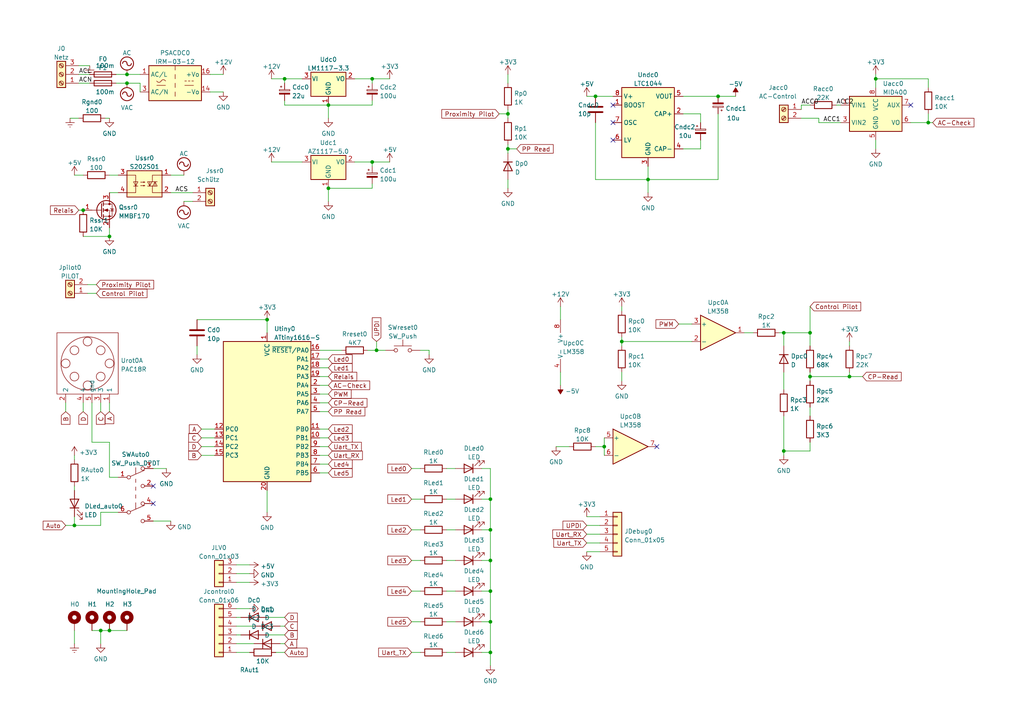
<source format=kicad_sch>
(kicad_sch (version 20211123) (generator eeschema)
  (paper "A4")
  (junction (at 234.95 109.22))
  (junction (at 29.21 182.88))
  (junction (at 95.25 54.61))
  (junction (at 172.72 27.94))
  (junction (at 234.95 96.52))
  (junction (at 36.83 24.13))
  (junction (at 254 22.86))
  (junction (at 187.96 52.07))
  (junction (at 180.34 99.06))
  (junction (at 227.33 130.81))
  (junction (at 142.24 162.56))
  (junction (at 77.47 92.71))
  (junction (at 36.83 21.59))
  (junction (at 107.95 22.86))
  (junction (at 175.26 129.54))
  (junction (at 142.24 171.45))
  (junction (at 107.95 46.99))
  (junction (at 269.24 35.56))
  (junction (at 147.32 33.02))
  (junction (at 95.25 30.48))
  (junction (at 142.24 144.78))
  (junction (at 142.24 189.23))
  (junction (at 24.13 60.96))
  (junction (at 142.24 153.67))
  (junction (at 109.22 101.6))
  (junction (at 142.24 180.34))
  (junction (at 246.38 109.22))
  (junction (at 21.59 152.4))
  (junction (at 82.55 22.86))
  (junction (at 31.75 68.58))
  (junction (at 227.33 96.52))
  (junction (at 31.75 182.88))
  (junction (at 208.28 27.94))
  (junction (at 147.32 43.18))
  (no_connect (at 264.16 30.48))
  (no_connect (at 44.45 140.97))
  (no_connect (at 177.8 40.64))
  (no_connect (at 177.8 30.48))
  (no_connect (at 177.8 35.56))
  (no_connect (at 190.5 129.54))
  (no_connect (at 44.45 146.05))
  (wire (pts (xy 234.95 128.27) (xy 234.95 130.81)))
  (wire (pts (xy 162.56 88.9) (xy 162.56 92.71)))
  (wire (pts (xy 142.24 135.89) (xy 142.24 144.78)))
  (wire (pts (xy 29.21 182.88) (xy 31.75 182.88)))
  (wire (pts (xy 246.38 109.22) (xy 250.19 109.22)))
  (wire (pts (xy 102.87 22.86) (xy 107.95 22.86)))
  (wire (pts (xy 119.38 144.78) (xy 121.92 144.78)))
  (wire (pts (xy 31.75 50.8) (xy 34.29 50.8)))
  (wire (pts (xy 161.29 129.54) (xy 165.1 129.54)))
  (wire (pts (xy 36.83 21.59) (xy 40.64 21.59)))
  (wire (pts (xy 60.96 21.59) (xy 64.77 21.59)))
  (wire (pts (xy 44.45 135.89) (xy 48.26 135.89)))
  (wire (pts (xy 208.28 27.94) (xy 213.36 27.94)))
  (wire (pts (xy 92.71 132.08) (xy 95.25 132.08)))
  (wire (pts (xy 95.25 54.61) (xy 107.95 54.61)))
  (wire (pts (xy 227.33 132.08) (xy 227.33 130.81)))
  (wire (pts (xy 198.12 27.94) (xy 208.28 27.94)))
  (wire (pts (xy 234.95 30.48) (xy 232.41 30.48)))
  (wire (pts (xy 269.24 22.86) (xy 254 22.86)))
  (wire (pts (xy 78.74 46.99) (xy 87.63 46.99)))
  (wire (pts (xy 170.18 27.94) (xy 172.72 27.94)))
  (wire (pts (xy 180.34 97.79) (xy 180.34 99.06)))
  (wire (pts (xy 139.7 180.34) (xy 142.24 180.34)))
  (wire (pts (xy 77.47 92.71) (xy 77.47 96.52)))
  (wire (pts (xy 92.71 114.3) (xy 95.25 114.3)))
  (wire (pts (xy 129.54 180.34) (xy 132.08 180.34)))
  (wire (pts (xy 109.22 101.6) (xy 111.76 101.6)))
  (wire (pts (xy 49.53 55.88) (xy 55.88 55.88)))
  (wire (pts (xy 21.59 132.08) (xy 21.59 133.35)))
  (wire (pts (xy 172.72 35.56) (xy 172.72 52.07)))
  (wire (pts (xy 254 40.64) (xy 254 43.18)))
  (wire (pts (xy 31.75 182.88) (xy 36.83 182.88)))
  (wire (pts (xy 80.01 189.23) (xy 82.55 189.23)))
  (wire (pts (xy 19.05 116.84) (xy 19.05 119.38)))
  (wire (pts (xy 95.25 30.48) (xy 95.25 34.29)))
  (wire (pts (xy 237.49 34.29) (xy 237.49 35.56)))
  (wire (pts (xy 269.24 33.02) (xy 269.24 35.56)))
  (wire (pts (xy 172.72 129.54) (xy 175.26 129.54)))
  (wire (pts (xy 31.75 116.84) (xy 31.75 119.38)))
  (wire (pts (xy 119.38 135.89) (xy 121.92 135.89)))
  (wire (pts (xy 60.96 26.67) (xy 64.77 26.67)))
  (wire (pts (xy 246.38 107.95) (xy 246.38 109.22)))
  (wire (pts (xy 24.13 68.58) (xy 31.75 68.58)))
  (wire (pts (xy 269.24 35.56) (xy 270.51 35.56)))
  (wire (pts (xy 68.58 176.53) (xy 72.39 176.53)))
  (wire (pts (xy 25.4 85.09) (xy 27.94 85.09)))
  (wire (pts (xy 29.21 182.88) (xy 26.67 182.88)))
  (wire (pts (xy 234.95 109.22) (xy 234.95 110.49)))
  (wire (pts (xy 49.53 50.8) (xy 53.34 50.8)))
  (wire (pts (xy 232.41 30.48) (xy 232.41 31.75)))
  (wire (pts (xy 109.22 99.06) (xy 109.22 101.6)))
  (wire (pts (xy 53.34 58.42) (xy 55.88 58.42)))
  (wire (pts (xy 107.95 46.99) (xy 107.95 48.26)))
  (wire (pts (xy 57.15 100.33) (xy 57.15 102.87)))
  (wire (pts (xy 21.59 50.8) (xy 24.13 50.8)))
  (wire (pts (xy 170.18 157.48) (xy 173.99 157.48)))
  (wire (pts (xy 203.2 43.18) (xy 203.2 40.64)))
  (wire (pts (xy 68.58 186.69) (xy 73.66 186.69)))
  (wire (pts (xy 246.38 99.06) (xy 246.38 100.33)))
  (wire (pts (xy 22.86 24.13) (xy 26.035 24.13)))
  (wire (pts (xy 227.33 107.95) (xy 227.33 113.03)))
  (wire (pts (xy 92.71 124.46) (xy 95.25 124.46)))
  (wire (pts (xy 175.26 127) (xy 175.26 129.54)))
  (wire (pts (xy 40.64 26.67) (xy 40.64 24.13)))
  (wire (pts (xy 24.13 116.84) (xy 24.13 119.38)))
  (wire (pts (xy 92.71 111.76) (xy 95.25 111.76)))
  (wire (pts (xy 92.71 129.54) (xy 95.25 129.54)))
  (wire (pts (xy 129.54 162.56) (xy 132.08 162.56)))
  (wire (pts (xy 119.38 162.56) (xy 121.92 162.56)))
  (wire (pts (xy 106.68 101.6) (xy 109.22 101.6)))
  (wire (pts (xy 234.95 118.11) (xy 234.95 120.65)))
  (wire (pts (xy 77.47 179.07) (xy 82.55 179.07)))
  (wire (pts (xy 29.21 186.69) (xy 29.21 182.88)))
  (wire (pts (xy 21.59 140.97) (xy 21.59 142.24)))
  (wire (pts (xy 20.32 34.29) (xy 22.86 34.29)))
  (wire (pts (xy 129.54 189.23) (xy 132.08 189.23)))
  (wire (pts (xy 187.96 52.07) (xy 187.96 55.88)))
  (wire (pts (xy 170.18 152.4) (xy 173.99 152.4)))
  (wire (pts (xy 107.95 22.86) (xy 107.95 24.13)))
  (wire (pts (xy 102.87 46.99) (xy 107.95 46.99)))
  (wire (pts (xy 92.71 119.38) (xy 95.25 119.38)))
  (wire (pts (xy 107.95 22.86) (xy 113.03 22.86)))
  (wire (pts (xy 21.59 149.86) (xy 21.59 152.4)))
  (wire (pts (xy 254 21.59) (xy 254 22.86)))
  (wire (pts (xy 162.56 107.95) (xy 162.56 111.76)))
  (wire (pts (xy 242.57 30.48) (xy 243.84 30.48)))
  (wire (pts (xy 215.9 96.52) (xy 218.44 96.52)))
  (wire (pts (xy 147.32 21.59) (xy 147.32 24.13)))
  (wire (pts (xy 144.78 33.02) (xy 147.32 33.02)))
  (wire (pts (xy 31.75 66.04) (xy 31.75 68.58)))
  (wire (pts (xy 40.64 24.13) (xy 36.83 24.13)))
  (wire (pts (xy 234.95 96.52) (xy 234.95 88.9)))
  (wire (pts (xy 92.71 137.16) (xy 95.25 137.16)))
  (wire (pts (xy 58.42 127) (xy 62.23 127)))
  (wire (pts (xy 196.85 93.98) (xy 200.66 93.98)))
  (wire (pts (xy 26.67 116.84) (xy 26.67 128.27)))
  (wire (pts (xy 57.15 92.71) (xy 77.47 92.71)))
  (wire (pts (xy 107.95 46.99) (xy 113.03 46.99)))
  (wire (pts (xy 269.24 25.4) (xy 269.24 22.86)))
  (wire (pts (xy 44.45 151.13) (xy 49.53 151.13)))
  (wire (pts (xy 107.95 53.34) (xy 107.95 54.61)))
  (wire (pts (xy 33.655 21.59) (xy 36.83 21.59)))
  (wire (pts (xy 119.38 180.34) (xy 121.92 180.34)))
  (wire (pts (xy 147.32 43.18) (xy 149.86 43.18)))
  (wire (pts (xy 92.71 116.84) (xy 95.25 116.84)))
  (wire (pts (xy 119.38 153.67) (xy 121.92 153.67)))
  (wire (pts (xy 31.75 138.43) (xy 34.29 138.43)))
  (wire (pts (xy 139.7 162.56) (xy 142.24 162.56)))
  (wire (pts (xy 232.41 34.29) (xy 237.49 34.29)))
  (wire (pts (xy 92.71 134.62) (xy 95.25 134.62)))
  (wire (pts (xy 147.32 52.07) (xy 147.32 54.61)))
  (wire (pts (xy 82.55 22.86) (xy 87.63 22.86)))
  (wire (pts (xy 95.25 54.61) (xy 95.25 58.42)))
  (wire (pts (xy 22.86 21.59) (xy 26.035 21.59)))
  (wire (pts (xy 58.42 129.54) (xy 62.23 129.54)))
  (wire (pts (xy 208.28 52.07) (xy 187.96 52.07)))
  (wire (pts (xy 29.21 148.59) (xy 29.21 152.4)))
  (wire (pts (xy 82.55 30.48) (xy 95.25 30.48)))
  (wire (pts (xy 129.54 153.67) (xy 132.08 153.67)))
  (wire (pts (xy 227.33 96.52) (xy 234.95 96.52)))
  (wire (pts (xy 139.7 153.67) (xy 142.24 153.67)))
  (wire (pts (xy 58.42 124.46) (xy 62.23 124.46)))
  (wire (pts (xy 147.32 33.02) (xy 147.32 34.29)))
  (wire (pts (xy 129.54 144.78) (xy 132.08 144.78)))
  (wire (pts (xy 170.18 160.02) (xy 173.99 160.02)))
  (wire (pts (xy 180.34 88.9) (xy 180.34 90.17)))
  (wire (pts (xy 92.71 106.68) (xy 95.25 106.68)))
  (wire (pts (xy 180.34 99.06) (xy 200.66 99.06)))
  (wire (pts (xy 30.48 34.29) (xy 31.75 34.29)))
  (wire (pts (xy 81.28 186.69) (xy 82.55 186.69)))
  (wire (pts (xy 68.58 163.83) (xy 72.39 163.83)))
  (wire (pts (xy 22.86 19.05) (xy 26.035 19.05)))
  (wire (pts (xy 33.655 24.13) (xy 36.83 24.13)))
  (wire (pts (xy 68.58 179.07) (xy 69.85 179.07)))
  (wire (pts (xy 92.71 127) (xy 95.25 127)))
  (wire (pts (xy 92.71 101.6) (xy 99.06 101.6)))
  (wire (pts (xy 34.29 148.59) (xy 29.21 148.59)))
  (wire (pts (xy 68.58 184.15) (xy 69.85 184.15)))
  (wire (pts (xy 234.95 130.81) (xy 227.33 130.81)))
  (wire (pts (xy 172.72 52.07) (xy 187.96 52.07)))
  (wire (pts (xy 175.26 129.54) (xy 175.26 132.08)))
  (wire (pts (xy 147.32 43.18) (xy 147.32 44.45)))
  (wire (pts (xy 22.86 60.96) (xy 24.13 60.96)))
  (wire (pts (xy 107.95 29.21) (xy 107.95 30.48)))
  (wire (pts (xy 21.59 182.88) (xy 21.59 186.69)))
  (wire (pts (xy 119.38 189.23) (xy 121.92 189.23)))
  (wire (pts (xy 92.71 109.22) (xy 95.25 109.22)))
  (wire (pts (xy 180.34 99.06) (xy 180.34 100.33)))
  (wire (pts (xy 21.59 152.4) (xy 19.05 152.4)))
  (wire (pts (xy 81.28 181.61) (xy 82.55 181.61)))
  (wire (pts (xy 119.38 171.45) (xy 121.92 171.45)))
  (wire (pts (xy 170.18 154.94) (xy 173.99 154.94)))
  (wire (pts (xy 234.95 109.22) (xy 246.38 109.22)))
  (wire (pts (xy 180.34 107.95) (xy 180.34 110.49)))
  (wire (pts (xy 68.58 168.91) (xy 72.39 168.91)))
  (wire (pts (xy 172.72 27.94) (xy 177.8 27.94)))
  (wire (pts (xy 82.55 29.21) (xy 82.55 30.48)))
  (wire (pts (xy 142.24 144.78) (xy 142.24 153.67)))
  (wire (pts (xy 198.12 43.18) (xy 203.2 43.18)))
  (wire (pts (xy 227.33 100.33) (xy 227.33 96.52)))
  (wire (pts (xy 208.28 33.02) (xy 208.28 52.07)))
  (wire (pts (xy 142.24 153.67) (xy 142.24 162.56)))
  (wire (pts (xy 142.24 162.56) (xy 142.24 171.45)))
  (wire (pts (xy 77.47 142.24) (xy 77.47 148.59)))
  (wire (pts (xy 68.58 181.61) (xy 73.66 181.61)))
  (wire (pts (xy 77.47 184.15) (xy 82.55 184.15)))
  (wire (pts (xy 29.21 152.4) (xy 21.59 152.4)))
  (wire (pts (xy 82.55 22.86) (xy 82.55 24.13)))
  (wire (pts (xy 68.58 189.23) (xy 72.39 189.23)))
  (wire (pts (xy 31.75 128.27) (xy 31.75 138.43)))
  (wire (pts (xy 139.7 144.78) (xy 142.24 144.78)))
  (wire (pts (xy 254 22.86) (xy 254 25.4)))
  (wire (pts (xy 25.4 82.55) (xy 27.94 82.55)))
  (wire (pts (xy 264.16 35.56) (xy 269.24 35.56)))
  (wire (pts (xy 78.74 22.86) (xy 82.55 22.86)))
  (wire (pts (xy 147.32 31.75) (xy 147.32 33.02)))
  (wire (pts (xy 26.67 128.27) (xy 31.75 128.27)))
  (wire (pts (xy 58.42 132.08) (xy 62.23 132.08)))
  (wire (pts (xy 147.32 41.91) (xy 147.32 43.18)))
  (wire (pts (xy 142.24 180.34) (xy 142.24 189.23)))
  (wire (pts (xy 187.96 48.26) (xy 187.96 52.07)))
  (wire (pts (xy 139.7 171.45) (xy 142.24 171.45)))
  (wire (pts (xy 170.18 149.86) (xy 173.99 149.86)))
  (wire (pts (xy 95.25 30.48) (xy 107.95 30.48)))
  (wire (pts (xy 234.95 107.95) (xy 234.95 109.22)))
  (wire (pts (xy 68.58 166.37) (xy 72.39 166.37)))
  (wire (pts (xy 29.21 116.84) (xy 29.21 119.38)))
  (wire (pts (xy 227.33 120.65) (xy 227.33 130.81)))
  (wire (pts (xy 92.71 104.14) (xy 95.25 104.14)))
  (wire (pts (xy 124.46 101.6) (xy 121.92 101.6)))
  (wire (pts (xy 203.2 33.02) (xy 203.2 35.56)))
  (wire (pts (xy 234.95 96.52) (xy 234.95 100.33)))
  (wire (pts (xy 142.24 171.45) (xy 142.24 180.34)))
  (wire (pts (xy 198.12 33.02) (xy 203.2 33.02)))
  (wire (pts (xy 129.54 171.45) (xy 132.08 171.45)))
  (wire (pts (xy 237.49 35.56) (xy 243.84 35.56)))
  (wire (pts (xy 142.24 193.04) (xy 142.24 189.23)))
  (wire (pts (xy 124.46 102.87) (xy 124.46 101.6)))
  (wire (pts (xy 139.7 135.89) (xy 142.24 135.89)))
  (wire (pts (xy 129.54 135.89) (xy 132.08 135.89)))
  (wire (pts (xy 142.24 189.23) (xy 139.7 189.23)))
  (wire (pts (xy 226.06 96.52) (xy 227.33 96.52)))
  (wire (pts (xy 31.75 55.88) (xy 34.29 55.88)))
  (label "ACC1" (at 238.76 35.56 0))
  (label "ACC2" (at 242.57 30.48 0))
  (label "ACC0" (at 232.41 30.48 0))
  (label "ACS" (at 50.8 55.88 0))
  (label "ACL" (at 22.86 21.59 0))
  (label "ACN" (at 22.86 24.13 0))
  (global_label "D" (shape input) (at 24.13 119.38 270) (property "Intersheet References" "${INTERSHEET_REFS}" (effects hide)))
  (global_label "B" (shape input) (at 82.55 184.15 0) (property "Intersheet References" "${INTERSHEET_REFS}" (effects hide)))
  (global_label "Led4" (shape input) (at 119.38 171.45 180) (property "Intersheet References" "${INTERSHEET_REFS}" (effects hide)))
  (global_label "CP-Read" (shape input) (at 250.19 109.22 0) (property "Intersheet References" "${INTERSHEET_REFS}" (effects hide)))
  (global_label "Relais" (shape input) (at 95.25 109.22 0) (property "Intersheet References" "${INTERSHEET_REFS}" (effects hide)))
  (global_label "A" (shape input) (at 82.55 186.69 0) (property "Intersheet References" "${INTERSHEET_REFS}" (effects hide)))
  (global_label "UPDI" (shape input) (at 109.22 99.06 90) (property "Intersheet References" "${INTERSHEET_REFS}" (effects hide)))
  (global_label "Led5" (shape input) (at 95.25 137.16 0) (property "Intersheet References" "${INTERSHEET_REFS}" (effects hide)))
  (global_label "C" (shape input) (at 58.42 127 180) (property "Intersheet References" "${INTERSHEET_REFS}" (effects hide)))
  (global_label "Uart_TX" (shape input) (at 119.38 189.23 180) (property "Intersheet References" "${INTERSHEET_REFS}" (effects hide)))
  (global_label "Control Pilot" (shape input) (at 234.95 88.9 0) (property "Intersheet References" "${INTERSHEET_REFS}" (effects hide)))
  (global_label "PWM" (shape input) (at 196.85 93.98 180) (property "Intersheet References" "${INTERSHEET_REFS}" (effects hide)))
  (global_label "UPDI" (shape input) (at 170.18 152.4 180) (property "Intersheet References" "${INTERSHEET_REFS}" (effects hide)))
  (global_label "CP-Read" (shape input) (at 95.25 116.84 0) (property "Intersheet References" "${INTERSHEET_REFS}" (effects hide)))
  (global_label "Control Pilot" (shape input) (at 27.94 85.09 0) (property "Intersheet References" "${INTERSHEET_REFS}" (effects hide)))
  (global_label "Proximity Pilot" (shape input) (at 27.94 82.55 0) (property "Intersheet References" "${INTERSHEET_REFS}" (effects hide)))
  (global_label "Led3" (shape input) (at 119.38 162.56 180) (property "Intersheet References" "${INTERSHEET_REFS}" (effects hide)))
  (global_label "PP Read" (shape input) (at 149.86 43.18 0) (property "Intersheet References" "${INTERSHEET_REFS}" (effects hide)))
  (global_label "Led3" (shape input) (at 95.25 127 0) (property "Intersheet References" "${INTERSHEET_REFS}" (effects hide)))
  (global_label "AC-Check" (shape input) (at 270.51 35.56 0) (property "Intersheet References" "${INTERSHEET_REFS}" (effects hide)))
  (global_label "Led1" (shape input) (at 119.38 144.78 180) (property "Intersheet References" "${INTERSHEET_REFS}" (effects hide)))
  (global_label "Auto" (shape input) (at 19.05 152.4 180) (property "Intersheet References" "${INTERSHEET_REFS}" (effects hide)))
  (global_label "Uart_RX" (shape input) (at 170.18 154.94 180) (property "Intersheet References" "${INTERSHEET_REFS}" (effects hide)))
  (global_label "Led5" (shape input) (at 119.38 180.34 180) (property "Intersheet References" "${INTERSHEET_REFS}" (effects hide)))
  (global_label "PP Read" (shape input) (at 95.25 119.38 0) (property "Intersheet References" "${INTERSHEET_REFS}" (effects hide)))
  (global_label "AC-Check" (shape input) (at 95.25 111.76 0) (property "Intersheet References" "${INTERSHEET_REFS}" (effects hide)))
  (global_label "Relais" (shape input) (at 22.86 60.96 180) (property "Intersheet References" "${INTERSHEET_REFS}" (effects hide)))
  (global_label "Led0" (shape input) (at 119.38 135.89 180) (property "Intersheet References" "${INTERSHEET_REFS}" (effects hide)))
  (global_label "Led4" (shape input) (at 95.25 134.62 0) (property "Intersheet References" "${INTERSHEET_REFS}" (effects hide)))
  (global_label "Led0" (shape input) (at 95.25 104.14 0) (property "Intersheet References" "${INTERSHEET_REFS}" (effects hide)))
  (global_label "C" (shape input) (at 82.55 181.61 0) (property "Intersheet References" "${INTERSHEET_REFS}" (effects hide)))
  (global_label "Uart_TX" (shape input) (at 170.18 157.48 180) (property "Intersheet References" "${INTERSHEET_REFS}" (effects hide)))
  (global_label "Led1" (shape input) (at 95.25 106.68 0) (property "Intersheet References" "${INTERSHEET_REFS}" (effects hide)))
  (global_label "Led2" (shape input) (at 95.25 124.46 0) (property "Intersheet References" "${INTERSHEET_REFS}" (effects hide)))
  (global_label "A" (shape input) (at 31.75 119.38 270) (property "Intersheet References" "${INTERSHEET_REFS}" (effects hide)))
  (global_label "C" (shape input) (at 29.21 119.38 270) (property "Intersheet References" "${INTERSHEET_REFS}" (effects hide)))
  (global_label "Auto" (shape input) (at 82.55 189.23 0) (property "Intersheet References" "${INTERSHEET_REFS}" (effects hide)))
  (global_label "Led2" (shape input) (at 119.38 153.67 180) (property "Intersheet References" "${INTERSHEET_REFS}" (effects hide)))
  (global_label "A" (shape input) (at 58.42 124.46 180) (property "Intersheet References" "${INTERSHEET_REFS}" (effects hide)))
  (global_label "Uart_RX" (shape input) (at 95.25 132.08 0) (property "Intersheet References" "${INTERSHEET_REFS}" (effects hide)))
  (global_label "Proximity Pilot" (shape input) (at 144.78 33.02 180) (property "Intersheet References" "${INTERSHEET_REFS}" (effects hide)))
  (global_label "PWM" (shape input) (at 95.25 114.3 0) (property "Intersheet References" "${INTERSHEET_REFS}" (effects hide)))
  (global_label "B" (shape input) (at 58.42 132.08 180) (property "Intersheet References" "${INTERSHEET_REFS}" (effects hide)))
  (global_label "D" (shape input) (at 82.55 179.07 0) (property "Intersheet References" "${INTERSHEET_REFS}" (effects hide)))
  (global_label "Uart_TX" (shape input) (at 95.25 129.54 0) (property "Intersheet References" "${INTERSHEET_REFS}" (effects hide)))
  (global_label "B" (shape input) (at 19.05 119.38 270) (property "Intersheet References" "${INTERSHEET_REFS}" (effects hide)))
  (global_label "D" (shape input) (at 58.42 129.54 180) (property "Intersheet References" "${INTERSHEET_REFS}" (effects hide)))
  (symbol (lib_id "Device:R") (at 125.73 144.78 90) (unit 1)
    (property "Reference" "RLed1" (at 125.73 140.0642 90))
    (property "Value" "1K" (at 125.73 142.6011 90))
    (property "Footprint" "Resistor_SMD:R_1206_3216Metric" (effects hide))
  )
  (symbol (lib_id "Device:D") (at 73.66 184.15 0) (unit 1)
    (property "Reference" "Dc2" (at 73.66 179.1802 0))
    (property "Value" "D" (at 73.66 181.7171 0))
    (property "Footprint" "Diode_SMD:D_1206_3216Metric" (effects hide))
  )
  (symbol (lib_id "power:+3.3V") (at 170.18 149.86 0) (unit 1)
    (property "Reference" "#PWR0115" (effects hide))
    (property "Value" "+3.3V" (at 170.18 146.2842 0))
  )
  (symbol (lib_id "Device:R") (at 125.73 162.56 90) (unit 1)
    (property "Reference" "RLed3" (at 125.73 157.8442 90))
    (property "Value" "1K" (at 125.73 160.3811 90))
    (property "Footprint" "Resistor_SMD:R_1206_3216Metric" (effects hide))
  )
  (symbol (lib_id "Device:R") (at 234.95 124.46 180) (unit 1)
    (property "Reference" "Rpc6" (at 236.728 123.6253 0) (effects (justify right)))
    (property "Value" "3K3" (at 236.728 126.1622 0) (effects (justify right)))
    (property "Footprint" "Resistor_SMD:R_1206_3216Metric" (effects hide))
  )
  (symbol (lib_id "Device:C_Polarized_Small") (at 203.2 38.1 0) (unit 1)
    (property "Reference" "Cndc2" (at 195.58 36.83 0) (effects (justify left)))
    (property "Value" "10u" (at 196.85 39.37 0) (effects (justify left)))
    (property "Footprint" "Capacitor_Tantalum_SMD:CP_EIA-3216-18_Kemet-A" (effects hide))
  )
  (symbol (lib_name "SW_Push_DPDT_1") (lib_id "Switch:SW_Push_DPDT") (at 39.37 143.51 0) (unit 1)
    (property "Reference" "SWAuto0" (at 39.37 131.8092 0))
    (property "Value" "SW_Push_DPDT" (at 39.37 134.3461 0))
    (property "Footprint" "Button_Switch_THT:SW_Push_2P2T_Toggle_CK_PVA2xxH1xxxxxxV2" (effects hide))
  )
  (symbol (lib_id "power:+3.3V") (at 180.34 88.9 0) (unit 1)
    (property "Reference" "#PWR0113" (effects hide))
    (property "Value" "+3.3V" (at 180.34 85.3242 0))
  )
  (symbol (lib_id "Connector_Generic:Conn_01x03") (at 63.5 166.37 180) (unit 1)
    (property "Reference" "JLV0" (at 63.5 158.8602 0))
    (property "Value" "Conn_01x03" (at 63.5 161.3971 0))
    (property "Footprint" "Connector_Molex:Molex_KK-254_AE-6410-03A_1x03_P2.54mm_Vertical" (effects hide))
  )
  (symbol (lib_id "Isolator:MID400") (at 254 33.02 0) (unit 1)
    (property "Reference" "Uacc0" (at 256.0194 24.2402 0) (effects (justify left)))
    (property "Value" "MID400" (at 256.0194 26.7771 0) (effects (justify left)))
    (property "Footprint" "Package_DIP:DIP-8_W7.62mm" (effects hide))
    (property "Datasheet" "https://www.onsemi.com/pub/Collateral/MID400-D.pdf" (effects hide))
  )
  (symbol (lib_id "power:Earth") (at 26.035 19.05 0) (unit 1)
    (property "Reference" "#PWR0120" (effects hide))
    (property "Value" "Earth" (effects hide))
  )
  (symbol (lib_id "power:+5V") (at 21.59 50.8 0) (unit 1)
    (property "Reference" "#PWR0121" (effects hide))
    (property "Value" "+5V" (at 21.59 47.2242 0))
  )
  (symbol (lib_id "Amplifier_Operational:LM358") (at 208.28 96.52 0) (unit 1)
    (property "Reference" "Upc0" (at 208.28 87.7402 0))
    (property "Value" "LM358" (at 208.28 90.2771 0))
    (property "Footprint" "Package_SO:SOIC-8_3.9x4.9mm_P1.27mm" (effects hide))
    (property "Datasheet" "http://www.ti.com/lit/ds/symlink/lm2904-n.pdf" (effects hide))
  )
  (symbol (lib_id "power:+3.3V") (at 147.32 21.59 0) (unit 1)
    (property "Reference" "#PWR0103" (effects hide))
    (property "Value" "+3.3V" (at 147.32 18.0142 0))
  )
  (symbol (lib_id "power:-5V") (at 213.36 27.94 0) (unit 1)
    (property "Reference" "#PWR0107" (effects hide))
    (property "Value" "-5V" (at 213.36 24.3642 0))
  )
  (symbol (lib_id "power:+3.3V") (at 21.59 132.08 0) (unit 1)
    (property "Reference" "#PWR0143" (effects hide))
    (property "Value" "+3.3V" (at 22.987 131.2438 0) (effects (justify left)))
  )
  (symbol (lib_id "power:GND") (at 170.18 160.02 0) (unit 1)
    (property "Reference" "#PWR0114" (effects hide))
    (property "Value" "GND" (at 170.18 164.4634 0))
  )
  (symbol (lib_id "Device:C") (at 172.72 31.75 0) (unit 1)
    (property "Reference" "Cndc0" (at 167.64 30.48 0) (effects (justify left)))
    (property "Value" "10p" (at 167.64 33.02 0) (effects (justify left)))
    (property "Footprint" "Capacitor_SMD:C_1206_3216Metric" (effects hide))
  )
  (symbol (lib_id "power:AC") (at 36.83 21.59 0) (unit 1)
    (property "Reference" "#PWR0132" (effects hide))
    (property "Value" "AC" (at 36.83 15.3472 0))
  )
  (symbol (lib_id "Device:R") (at 269.24 29.21 180) (unit 1)
    (property "Reference" "Racc1" (at 271.018 28.3753 0) (effects (justify right)))
    (property "Value" "10K" (at 271.018 30.9122 0) (effects (justify right)))
    (property "Footprint" "Resistor_SMD:R_1206_3216Metric" (effects hide))
  )
  (symbol (lib_id "power:GND") (at 72.39 176.53 90) (unit 1)
    (property "Reference" "#PWR0139" (effects hide))
    (property "Value" "GND" (at 75.565 176.9638 90) (effects (justify right)))
  )
  (symbol (lib_id "Connector_Generic:Conn_01x05") (at 179.07 154.94 0) (unit 1)
    (property "Reference" "JDebug0" (at 181.102 154.1053 0) (effects (justify left)))
    (property "Value" "Conn_01x05" (at 181.102 156.6422 0) (effects (justify left)))
    (property "Footprint" "Connector_JST:JST_PH_B5B-PH-K_1x05_P2.00mm_Vertical" (effects hide))
  )
  (symbol (lib_id "Device:C_Polarized_Small") (at 107.95 26.67 0) (unit 1)
    (property "Reference" "Cdc2" (at 110.109 25.2892 0) (effects (justify left)))
    (property "Value" "100u" (at 110.109 27.8261 0) (effects (justify left)))
    (property "Footprint" "Capacitor_Tantalum_SMD:CP_EIA-3216-12_Kemet-S" (effects hide))
  )
  (symbol (lib_id "Switch:SW_Push") (at 116.84 101.6 0) (unit 1)
    (property "Reference" "SWreset0" (at 116.84 94.9792 0))
    (property "Value" "SW_Push" (at 116.84 97.5161 0))
    (property "Footprint" "Button_Switch_SMD:SW_Push_1P1T_NO_6x6mm_H9.5mm" (effects hide))
  )
  (symbol (lib_id "Device:R") (at 27.94 50.8 90) (unit 1)
    (property "Reference" "Rssr0" (at 27.94 46.0842 90))
    (property "Value" "100" (at 27.94 48.6211 90))
    (property "Footprint" "Resistor_SMD:R_1206_3216Metric" (effects hide))
  )
  (symbol (lib_id "Device:R") (at 26.67 34.29 90) (unit 1)
    (property "Reference" "Rgnd0" (at 26.67 29.5742 90))
    (property "Value" "100" (at 26.67 32.1111 90))
    (property "Footprint" "Resistor_SMD:R_1206_3216Metric" (effects hide))
  )
  (symbol (lib_id "Device:R") (at 125.73 180.34 90) (unit 1)
    (property "Reference" "RLed5" (at 125.73 175.6242 90))
    (property "Value" "1K" (at 125.73 178.1611 90))
    (property "Footprint" "Resistor_SMD:R_1206_3216Metric" (effects hide))
  )
  (symbol (lib_id "Regulator_SwitchedCapacitor:LTC1044") (at 187.96 35.56 0) (unit 1)
    (property "Reference" "Undc0" (at 187.96 21.7002 0))
    (property "Value" "LTC1044" (at 187.96 24.2371 0))
    (property "Footprint" "Package_DIP:DIP-8_W7.62mm_LongPads" (effects hide))
    (property "Datasheet" "https://www.analog.com/media/en/technical-documentation/data-sheets/lt1044.pdf" (effects hide))
  )
  (symbol (lib_id "power:GND") (at 57.15 102.87 0) (unit 1)
    (property "Reference" "#PWR0135" (effects hide))
    (property "Value" "GND" (at 57.15 107.3134 0))
  )
  (symbol (lib_id "Mechanical:MountingHole_Pad") (at 31.75 180.34 0) (unit 1)
    (property "Reference" "H2" (at 30.48 175.26 0) (effects (justify left)))
    (property "Value" "MountingHole_Pad" (effects hide))
    (property "Footprint" "MountingHole:MountingHole_3.2mm_M3_DIN965_Pad" (effects hide))
  )
  (symbol (lib_id "power:+12V") (at 78.74 22.86 0) (unit 1)
    (property "Reference" "#PWR0125" (effects hide))
    (property "Value" "+12V" (at 78.74 19.2842 0))
  )
  (symbol (lib_id "power:+5V") (at 72.39 163.83 270) (unit 1)
    (property "Reference" "#PWR0137" (effects hide))
    (property "Value" "+5V" (at 75.565 164.2638 90) (effects (justify left)))
  )
  (symbol (lib_id "Device:LED") (at 135.89 162.56 180) (unit 1)
    (property "Reference" "DLed3" (at 137.4775 156.7012 0))
    (property "Value" "LED" (at 137.4775 159.2381 0))
    (property "Footprint" "LED_SMD:LED_1206_3216Metric" (effects hide))
  )
  (symbol (lib_id "Device:R") (at 234.95 114.3 180) (unit 1)
    (property "Reference" "Rpc5" (at 236.728 113.4653 0) (effects (justify right)))
    (property "Value" "22K" (at 236.728 116.0022 0) (effects (justify right)))
    (property "Footprint" "Resistor_SMD:R_1206_3216Metric" (effects hide))
  )
  (symbol (lib_id "Device:R") (at 76.2 189.23 90) (unit 1)
    (property "Reference" "RAut1" (at 72.39 194.31 90))
    (property "Value" "10K" (at 76.2 191.77 90))
    (property "Footprint" "Resistor_SMD:R_1206_3216Metric" (effects hide))
  )
  (symbol (lib_id "Device:R") (at 180.34 104.14 0) (unit 1)
    (property "Reference" "Rpc1" (at 182.118 103.3053 0) (effects (justify left)))
    (property "Value" "10K" (at 182.118 105.8422 0) (effects (justify left)))
    (property "Footprint" "Resistor_SMD:R_1206_3216Metric" (effects hide))
  )
  (symbol (lib_id "power:AC") (at 53.34 50.8 0) (unit 1)
    (property "Reference" "#PWR0131" (effects hide))
    (property "Value" "AC" (at 53.34 44.5572 0))
  )
  (symbol (lib_id "Device:R") (at 125.73 171.45 90) (unit 1)
    (property "Reference" "RLed4" (at 125.73 166.7342 90))
    (property "Value" "1K" (at 125.73 169.2711 90))
    (property "Footprint" "Resistor_SMD:R_1206_3216Metric" (effects hide))
  )
  (symbol (lib_id "Device:R") (at 125.73 189.23 90) (unit 1)
    (property "Reference" "RLed6" (at 125.73 184.5142 90))
    (property "Value" "1K" (at 125.73 187.0511 90))
    (property "Footprint" "Resistor_SMD:R_1206_3216Metric" (effects hide))
  )
  (symbol (lib_id "power:Earth") (at 20.32 34.29 0) (unit 1)
    (property "Reference" "#PWR0145" (effects hide))
    (property "Value" "Earth" (effects hide))
  )
  (symbol (lib_id "power:VAC") (at 36.83 24.13 180) (unit 1)
    (property "Reference" "#PWR0130" (effects hide))
    (property "Value" "VAC" (at 36.83 31.2404 0))
  )
  (symbol (lib_id "Relay_SolidState:S202S01") (at 41.91 53.34 0) (unit 1)
    (property "Reference" "Ussr0" (at 41.91 45.8302 0))
    (property "Value" "S202S01" (at 41.91 48.3671 0))
    (property "Footprint" "Package_SIP:SIP4_Sharp-SSR_P7.62mm_Straight" (effects hide))
    (property "Datasheet" "http://www.sharp-world.com/products/device/lineup/data/pdf/datasheet/s102s01_e.pdf" (effects hide))
  )
  (symbol (lib_id "Device:C_Polarized_Small") (at 208.28 30.48 180) (unit 1)
    (property "Reference" "Cndc1" (at 210.439 31.4599 0) (effects (justify right)))
    (property "Value" "10u" (at 210.82 34.29 0) (effects (justify right)))
    (property "Footprint" "Capacitor_Tantalum_SMD:CP_EIA-3216-18_Kemet-A" (effects hide))
  )
  (symbol (lib_id "Device:R") (at 125.73 153.67 90) (unit 1)
    (property "Reference" "RLed2" (at 125.73 148.9542 90))
    (property "Value" "1K" (at 125.73 151.4911 90))
    (property "Footprint" "Resistor_SMD:R_1206_3216Metric" (effects hide))
  )
  (symbol (lib_id "Device:D") (at 77.47 186.69 0) (unit 1)
    (property "Reference" "Dc3" (at 77.47 181.7202 0))
    (property "Value" "D" (at 77.47 184.2571 0))
    (property "Footprint" "Diode_SMD:D_1206_3216Metric" (effects hide))
  )
  (symbol (lib_id "Device:LED") (at 135.89 153.67 180) (unit 1)
    (property "Reference" "DLed2" (at 137.4775 147.8112 0))
    (property "Value" "LED" (at 137.4775 150.3481 0))
    (property "Footprint" "LED_SMD:LED_1206_3216Metric" (effects hide))
  )
  (symbol (lib_id "Device:LED") (at 135.89 171.45 180) (unit 1)
    (property "Reference" "DLed4" (at 137.4775 165.5912 0))
    (property "Value" "LED" (at 137.4775 168.1281 0))
    (property "Footprint" "LED_SMD:LED_1206_3216Metric" (effects hide))
  )
  (symbol (lib_id "power:GND") (at 161.29 129.54 0) (unit 1)
    (property "Reference" "#PWR0116" (effects hide))
    (property "Value" "GND" (at 161.29 133.9834 0))
  )
  (symbol (lib_id "Device:R") (at 246.38 104.14 180) (unit 1)
    (property "Reference" "Rpc7" (at 248.158 103.3053 0) (effects (justify right)))
    (property "Value" "22K" (at 248.158 105.8422 0) (effects (justify right)))
    (property "Footprint" "Resistor_SMD:R_1206_3216Metric" (effects hide))
  )
  (symbol (lib_id "Device:R") (at 24.13 64.77 180) (unit 1)
    (property "Reference" "Rssr1" (at 25.908 63.9353 0) (effects (justify right)))
    (property "Value" "10K" (at 25.908 66.4722 0) (effects (justify right)))
    (property "Footprint" "Resistor_SMD:R_1206_3216Metric" (effects hide))
  )
  (symbol (lib_id "power:+5V") (at 113.03 46.99 0) (unit 1)
    (property "Reference" "#PWR0123" (effects hide))
    (property "Value" "+5V" (at 113.03 43.4142 0))
  )
  (symbol (lib_id "Device:R") (at 180.34 93.98 0) (unit 1)
    (property "Reference" "Rpc0" (at 182.118 93.1453 0) (effects (justify left)))
    (property "Value" "10K" (at 182.118 95.6822 0) (effects (justify left)))
    (property "Footprint" "Resistor_SMD:R_1206_3216Metric" (effects hide))
  )
  (symbol (lib_id "power:GND") (at 49.53 151.13 0) (unit 1)
    (property "Reference" "#PWR0142" (effects hide))
    (property "Value" "GND" (at 51.435 152.8338 0) (effects (justify left)))
  )
  (symbol (lib_id "power:VAC") (at 53.34 58.42 180) (unit 1)
    (property "Reference" "#PWR0119" (effects hide))
    (property "Value" "VAC" (at 53.34 65.5304 0))
  )
  (symbol (lib_id "Device:LED") (at 135.89 135.89 180) (unit 1)
    (property "Reference" "DLed0" (at 137.4775 130.0312 0))
    (property "Value" "LED" (at 137.4775 132.5681 0))
    (property "Footprint" "LED_SMD:LED_1206_3216Metric" (effects hide))
  )
  (symbol (lib_id "Device:R") (at 168.91 129.54 90) (unit 1)
    (property "Reference" "Rpc8" (at 168.91 124.8242 90))
    (property "Value" "10K" (at 168.91 127.3611 90))
    (property "Footprint" "Resistor_SMD:R_1206_3216Metric" (effects hide))
  )
  (symbol (lib_id "Device:C_Polarized_Small") (at 107.95 50.8 0) (unit 1)
    (property "Reference" "Cdc1" (at 110.109 49.4192 0) (effects (justify left)))
    (property "Value" "100u" (at 110.109 51.9561 0) (effects (justify left)))
    (property "Footprint" "Capacitor_Tantalum_SMD:CP_EIA-3216-12_Kemet-S" (effects hide))
  )
  (symbol (lib_id "Device:D") (at 73.66 179.07 0) (unit 1)
    (property "Reference" "Dc0" (at 73.66 174.1002 0))
    (property "Value" "D" (at 73.66 176.6371 0))
    (property "Footprint" "Diode_SMD:D_1206_3216Metric" (effects hide))
  )
  (symbol (lib_id "Device:R") (at 102.87 101.6 90) (unit 1)
    (property "Reference" "Rreset0" (at 102.87 96.8842 90))
    (property "Value" "4K7" (at 102.87 99.4211 90))
    (property "Footprint" "Resistor_SMD:R_1206_3216Metric" (effects hide))
  )
  (symbol (lib_id "power:+3.3V") (at 77.47 92.71 0) (unit 1)
    (property "Reference" "#PWR0133" (effects hide))
    (property "Value" "+3.3V" (at 77.47 89.1342 0))
  )
  (symbol (lib_id "Device:D") (at 77.47 181.61 0) (unit 1)
    (property "Reference" "Dc1" (at 77.47 176.6402 0))
    (property "Value" "D" (at 77.47 179.1771 0))
    (property "Footprint" "Diode_SMD:D_1206_3216Metric" (effects hide))
  )
  (symbol (lib_id "Device:R") (at 238.76 30.48 90) (unit 1)
    (property "Reference" "Racc0" (at 238.76 25.7642 90))
    (property "Value" "22K" (at 238.76 28.3011 90))
    (property "Footprint" "Resistor_THT:R_Axial_DIN0207_L6.3mm_D2.5mm_P7.62mm_Horizontal" (effects hide))
  )
  (symbol (lib_id "power:+3.3V") (at 72.39 168.91 270) (unit 1)
    (property "Reference" "#PWR0138" (effects hide))
    (property "Value" "+3.3V" (at 75.565 169.3438 90) (effects (justify left)))
  )
  (symbol (lib_id "Amplifier_Operational:LM358") (at 165.1 100.33 0) (unit 3)
    (property "Reference" "Upc0" (at 163.195 99.4953 0) (effects (justify left)))
    (property "Value" "LM358" (at 163.195 102.0322 0) (effects (justify left)))
    (property "Footprint" "Package_SO:SOIC-8_3.9x4.9mm_P1.27mm" (effects hide))
    (property "Datasheet" "http://www.ti.com/lit/ds/symlink/lm2904-n.pdf" (effects hide))
  )
  (symbol (lib_id "power:GND") (at 187.96 55.88 0) (unit 1)
    (property "Reference" "#PWR0105" (effects hide))
    (property "Value" "GND" (at 187.96 60.3234 0))
  )
  (symbol (lib_id "Device:LED") (at 135.89 180.34 180) (unit 1)
    (property "Reference" "DLed5" (at 137.4775 174.4812 0))
    (property "Value" "LED" (at 137.4775 177.0181 0))
    (property "Footprint" "LED_SMD:LED_1206_3216Metric" (effects hide))
  )
  (symbol (lib_id "Device:LED") (at 135.89 189.23 180) (unit 1)
    (property "Reference" "DLed6" (at 137.4775 183.3712 0))
    (property "Value" "LED" (at 137.4775 185.9081 0))
    (property "Footprint" "LED_SMD:LED_1206_3216Metric" (effects hide))
  )
  (symbol (lib_id "Device:Fuse") (at 29.845 24.13 90) (unit 1)
    (property "Reference" "F1" (at 29.845 19.6682 90))
    (property "Value" "100m" (at 30.48 26.67 90))
    (property "Footprint" "Fuse:Fuse_Littelfuse_372_D8.50mm" (effects hide))
  )
  (symbol (lib_id "power:+3.3V") (at 246.38 99.06 0) (unit 1)
    (property "Reference" "#PWR0117" (effects hide))
    (property "Value" "+3.3V" (at 246.38 95.4842 0))
  )
  (symbol (lib_id "custom_parts:PAC18R") (at 25.4 105.41 0) (unit 1)
    (property "Reference" "Urot0" (at 35.0012 104.5753 0) (effects (justify left)))
    (property "Value" "PAC18R" (at 35.0012 107.1122 0) (effects (justify left)))
    (property "Footprint" "custom_parts:PAC18R" (effects hide))
  )
  (symbol (lib_id "power:GND") (at 227.33 132.08 0) (unit 1)
    (property "Reference" "#PWR0118" (effects hide))
    (property "Value" "GND" (at 227.33 136.5234 0))
  )
  (symbol (lib_id "Amplifier_Operational:LM358") (at 182.88 129.54 0) (unit 2)
    (property "Reference" "Upc0" (at 182.88 120.7602 0))
    (property "Value" "LM358" (at 182.88 123.2971 0))
    (property "Footprint" "Package_SO:SOIC-8_3.9x4.9mm_P1.27mm" (effects hide))
    (property "Datasheet" "http://www.ti.com/lit/ds/symlink/lm2904-n.pdf" (effects hide))
  )
  (symbol (lib_id "Transistor_FET:MMBF170") (at 29.21 60.96 0) (unit 1)
    (property "Reference" "Qssr0" (at 34.417 60.1253 0) (effects (justify left)))
    (property "Value" "MMBF170" (at 34.417 62.6622 0) (effects (justify left)))
    (property "Footprint" "Package_TO_SOT_SMD:SOT-23" (effects hide))
    (property "Datasheet" "https://www.diodes.com/assets/Datasheets/ds30104.pdf" (effects hide))
  )
  (symbol (lib_id "Device:LED") (at 135.89 144.78 180) (unit 1)
    (property "Reference" "DLed1" (at 137.4775 138.9212 0))
    (property "Value" "LED" (at 137.4775 141.4581 0))
    (property "Footprint" "LED_SMD:LED_1206_3216Metric" (effects hide))
  )
  (symbol (lib_id "Regulator_Linear:AZ1117-5.0") (at 95.25 46.99 0) (unit 1)
    (property "Reference" "Udc1" (at 95.25 41.3852 0))
    (property "Value" "AZ1117-5.0" (at 95.25 43.9221 0))
    (property "Footprint" "Package_TO_SOT_SMD:SOT-223-3_TabPin2" (effects hide))
    (property "Datasheet" "https://www.diodes.com/assets/Datasheets/AZ1117.pdf" (effects hide))
  )
  (symbol (lib_id "Device:C") (at 57.15 96.52 0) (unit 1)
    (property "Reference" "Cd0" (at 60.071 95.6853 0) (effects (justify left)))
    (property "Value" "10p" (at 60.071 98.2222 0) (effects (justify left)))
    (property "Footprint" "Capacitor_SMD:C_1206_3216Metric" (effects hide))
  )
  (symbol (lib_id "Connector:Screw_Terminal_01x02") (at 227.33 31.75 0) (mirror y) (unit 1)
    (property "Reference" "Jacc0" (at 228.6 25.4 0) (effects (justify left)))
    (property "Value" "AC-Control" (at 231.14 27.94 0) (effects (justify left)))
    (property "Footprint" "TerminalBlock:TerminalBlock_bornier-2_P5.08mm" (effects hide))
  )
  (symbol (lib_id "power:Earth") (at 21.59 186.69 0) (unit 1)
    (property "Reference" "#PWR?" (effects hide))
    (property "Value" "Earth" (effects hide))
  )
  (symbol (lib_id "power:GND") (at 254 43.18 0) (unit 1)
    (property "Reference" "#PWR0109" (effects hide))
    (property "Value" "GND" (at 254 47.6234 0))
  )
  (symbol (lib_id "Device:R") (at 21.59 137.16 180) (unit 1)
    (property "Reference" "RAuto0" (at 23.368 136.3253 0) (effects (justify right)))
    (property "Value" "1K" (at 23.368 138.8622 0) (effects (justify right)))
    (property "Footprint" "Resistor_SMD:R_1206_3216Metric" (effects hide))
  )
  (symbol (lib_id "Device:R") (at 227.33 116.84 180) (unit 1)
    (property "Reference" "Rpc3" (at 229.108 116.0053 0) (effects (justify right)))
    (property "Value" "1K" (at 229.108 118.5422 0) (effects (justify right)))
    (property "Footprint" "Resistor_SMD:R_1206_3216Metric" (effects hide))
  )
  (symbol (lib_id "Mechanical:MountingHole_Pad") (at 26.67 180.34 0) (unit 1)
    (property "Reference" "H1" (at 25.4 175.26 0) (effects (justify left)))
    (property "Value" "MountingHole_Pad" (effects hide))
    (property "Footprint" "MountingHole:MountingHole_3.2mm_M3_DIN965_Pad" (effects hide))
  )
  (symbol (lib_id "power:GND") (at 147.32 54.61 0) (unit 1)
    (property "Reference" "#PWR0102" (effects hide))
    (property "Value" "GND" (at 147.32 59.0534 0))
  )
  (symbol (lib_id "Mechanical:MountingHole_Pad") (at 21.59 180.34 0) (unit 1)
    (property "Reference" "H0" (at 20.32 175.26 0) (effects (justify left)))
    (property "Value" "MountingHole_Pad" (effects hide))
    (property "Footprint" "MountingHole:MountingHole_3.2mm_M3_DIN965_Pad" (effects hide))
  )
  (symbol (lib_id "power:GND") (at 31.75 68.58 0) (unit 1)
    (property "Reference" "#PWR0122" (effects hide))
    (property "Value" "GND" (at 31.75 73.0234 0))
  )
  (symbol (lib_id "Device:R") (at 222.25 96.52 90) (unit 1)
    (property "Reference" "Rpc2" (at 222.25 91.8042 90))
    (property "Value" "1K" (at 222.25 94.3411 90))
    (property "Footprint" "Resistor_SMD:R_1206_3216Metric" (effects hide))
  )
  (symbol (lib_id "power:GND") (at 29.21 186.69 0) (unit 1)
    (property "Reference" "#PWR0140" (effects hide))
    (property "Value" "GND" (at 29.21 191.1334 0))
  )
  (symbol (lib_id "Converter_ACDC:IRM-03-12") (at 50.8 24.13 0) (unit 1)
    (property "Reference" "PSACDC0" (at 50.8 15.3502 0))
    (property "Value" "IRM-03-12" (at 50.8 17.8871 0))
    (property "Footprint" "Converter_ACDC:Converter_ACDC_MeanWell_IRM-03-xx_THT" (effects hide))
    (property "Datasheet" "https://www.meanwell.com/Upload/PDF/IRM-03/IRM-03-SPEC.PDF" (effects hide))
  )
  (symbol (lib_id "Device:D") (at 147.32 48.26 270) (unit 1)
    (property "Reference" "Dp0" (at 149.352 47.4253 90) (effects (justify left)))
    (property "Value" "D" (at 149.352 49.9622 90) (effects (justify left)))
    (property "Footprint" "Diode_SMD:D_1206_3216Metric" (effects hide))
  )
  (symbol (lib_id "Device:Fuse") (at 29.845 21.59 90) (unit 1)
    (property "Reference" "F0" (at 29.845 17.1282 90))
    (property "Value" "100m" (at 30.48 19.05 90))
    (property "Footprint" "Fuse:Fuse_Littelfuse_372_D8.50mm" (effects hide))
  )
  (symbol (lib_id "power:GND") (at 95.25 58.42 0) (unit 1)
    (property "Reference" "#PWR0124" (effects hide))
    (property "Value" "GND" (at 95.25 62.8634 0))
  )
  (symbol (lib_id "power:GND") (at 48.26 135.89 0) (unit 1)
    (property "Reference" "#PWR0141" (effects hide))
    (property "Value" "GND" (at 48.26 140.3334 0))
  )
  (symbol (lib_id "Device:LED") (at 21.59 146.05 90) (unit 1)
    (property "Reference" "DLed_auto0" (at 24.511 146.8028 90) (effects (justify right)))
    (property "Value" "LED" (at 24.511 149.3397 90) (effects (justify right)))
    (property "Footprint" "LED_SMD:LED_1206_3216Metric" (effects hide))
  )
  (symbol (lib_id "power:GND") (at 72.39 166.37 90) (unit 1)
    (property "Reference" "#PWR0136" (effects hide))
    (property "Value" "GND" (at 75.565 166.8038 90) (effects (justify right)))
  )
  (symbol (lib_id "Regulator_Linear:LM1117-3.3") (at 95.25 22.86 0) (unit 1)
    (property "Reference" "Udc0" (at 95.25 17.2552 0))
    (property "Value" "LM1117-3.3" (at 95.25 19.7921 0))
    (property "Footprint" "Package_TO_SOT_SMD:SOT-223-3_TabPin2" (effects hide))
    (property "Datasheet" "http://www.ti.com/lit/ds/symlink/lm1117.pdf" (effects hide))
  )
  (symbol (lib_id "Connector:Screw_Terminal_01x02") (at 20.32 85.09 180) (unit 1)
    (property "Reference" "Jpilot0" (at 20.32 77.5802 0))
    (property "Value" "PILOT" (at 20.32 80.1171 0))
    (property "Footprint" "TerminalBlock:TerminalBlock_bornier-2_P5.08mm" (effects hide))
  )
  (symbol (lib_id "power:+3.3V") (at 113.03 22.86 0) (unit 1)
    (property "Reference" "#PWR0101" (effects hide))
    (property "Value" "+3.3V" (at 113.03 19.2842 0))
  )
  (symbol (lib_id "Device:R") (at 125.73 135.89 90) (unit 1)
    (property "Reference" "RLed0" (at 125.73 131.1742 90))
    (property "Value" "1K" (at 125.73 133.7111 90))
    (property "Footprint" "Resistor_SMD:R_1206_3216Metric" (effects hide))
  )
  (symbol (lib_id "power:GND") (at 180.34 110.49 0) (unit 1)
    (property "Reference" "#PWR0111" (effects hide))
    (property "Value" "GND" (at 180.34 114.9334 0))
  )
  (symbol (lib_id "Connector:Screw_Terminal_01x02") (at 60.96 55.88 0) (unit 1)
    (property "Reference" "Jssr0" (at 59.69 49.53 0) (effects (justify left)))
    (property "Value" "Schütz" (at 57.15 52.07 0) (effects (justify left)))
    (property "Footprint" "TerminalBlock:TerminalBlock_bornier-2_P5.08mm" (effects hide))
  )
  (symbol (lib_id "Device:R") (at 147.32 38.1 0) (unit 1)
    (property "Reference" "Rp1" (at 149.098 37.2653 0) (effects (justify left)))
    (property "Value" "10K" (at 149.098 39.8022 0) (effects (justify left)))
    (property "Footprint" "Resistor_SMD:R_1206_3216Metric" (effects hide))
  )
  (symbol (lib_id "power:GND") (at 77.47 148.59 0) (unit 1)
    (property "Reference" "#PWR0134" (effects hide))
    (property "Value" "GND" (at 77.47 153.0334 0))
  )
  (symbol (lib_id "Connector_Generic:Conn_01x06") (at 63.5 184.15 180) (unit 1)
    (property "Reference" "Jcontrol0" (at 63.5 171.5602 0))
    (property "Value" "Conn_01x06" (at 63.5 174.0971 0))
    (property "Footprint" "Connector_Molex:Molex_KK-254_AE-6410-06A_1x06_P2.54mm_Vertical" (effects hide))
  )
  (symbol (lib_id "power:-5V") (at 162.56 111.76 180) (unit 1)
    (property "Reference" "#PWR0110" (effects hide))
    (property "Value" "-5V" (at 163.957 113.4638 0) (effects (justify right)))
  )
  (symbol (lib_id "Device:R") (at 147.32 27.94 180) (unit 1)
    (property "Reference" "Rp0" (at 149.098 27.1053 0) (effects (justify right)))
    (property "Value" "1K" (at 149.098 29.6422 0) (effects (justify right)))
    (property "Footprint" "Resistor_SMD:R_1206_3216Metric" (effects hide))
  )
  (symbol (lib_id "Device:R") (at 234.95 104.14 180) (unit 1)
    (property "Reference" "Rpc4" (at 236.728 103.3053 0) (effects (justify right)))
    (property "Value" "68K" (at 236.728 105.8422 0) (effects (justify right)))
    (property "Footprint" "Resistor_SMD:R_1206_3216Metric" (effects hide))
  )
  (symbol (lib_id "power:GND") (at 95.25 34.29 0) (unit 1)
    (property "Reference" "#PWR0129" (effects hide))
    (property "Value" "GND" (at 95.25 38.7334 0))
  )
  (symbol (lib_id "power:GND") (at 124.46 102.87 0) (unit 1)
    (property "Reference" "#PWR0104" (effects hide))
    (property "Value" "GND" (at 124.46 107.3134 0))
  )
  (symbol (lib_id "power:+3.3V") (at 254 21.59 0) (unit 1)
    (property "Reference" "#PWR0108" (effects hide))
    (property "Value" "+3.3V" (at 254 18.0142 0))
  )
  (symbol (lib_id "power:+12V") (at 162.56 88.9 0) (unit 1)
    (property "Reference" "#PWR0112" (effects hide))
    (property "Value" "+12V" (at 162.56 85.3242 0))
  )
  (symbol (lib_id "MCU_Microchip_ATtiny:ATtiny1616-S") (at 77.47 119.38 0) (unit 1)
    (property "Reference" "Utiny0" (at 79.4894 95.3602 0) (effects (justify left)))
    (property "Value" "ATtiny1616-S" (at 79.4894 97.8971 0) (effects (justify left)))
    (property "Footprint" "Package_SO:SOIC-20W_7.5x12.8mm_P1.27mm" (effects hide))
    (property "Datasheet" "http://ww1.microchip.com/downloads/en/DeviceDoc/ATtiny3216_ATtiny1616-data-sheet-40001997B.pdf" (effects hide))
  )
  (symbol (lib_id "Device:C_Polarized_Small") (at 82.55 26.67 0) (unit 1)
    (property "Reference" "Cdc0" (at 84.709 25.2892 0) (effects (justify left)))
    (property "Value" "22u" (at 84.709 27.8261 0) (effects (justify left)))
    (property "Footprint" "Capacitor_THT:CP_Radial_D5.0mm_P2.50mm" (effects hide))
  )
  (symbol (lib_id "power:+5V") (at 170.18 27.94 0) (unit 1)
    (property "Reference" "#PWR0106" (effects hide))
    (property "Value" "+5V" (at 170.18 24.3642 0))
  )
  (symbol (lib_id "power:GND") (at 142.24 193.04 0) (unit 1)
    (property "Reference" "#PWR0144" (effects hide))
    (property "Value" "GND" (at 142.24 197.4834 0))
  )
  (symbol (lib_id "power:GND") (at 31.75 34.29 0) (unit 1)
    (property "Reference" "#PWR0146" (effects hide))
    (property "Value" "GND" (at 31.75 38.7334 0))
  )
  (symbol (lib_id "power:GND") (at 64.77 26.67 0) (unit 1)
    (property "Reference" "#PWR0126" (effects hide))
    (property "Value" "GND" (at 64.77 31.1134 0))
  )
  (symbol (lib_id "Mechanical:MountingHole_Pad") (at 36.83 180.34 0) (unit 1)
    (property "Reference" "H3" (at 35.56 175.26 0) (effects (justify left)))
    (property "Value" "MountingHole_Pad" (at 27.94 171.45 0) (effects (justify left)))
    (property "Footprint" "MountingHole:MountingHole_3.2mm_M3_DIN965_Pad" (effects hide))
  )
  (symbol (lib_id "power:+12V") (at 64.77 21.59 0) (unit 1)
    (property "Reference" "#PWR0127" (effects hide))
    (property "Value" "+12V" (at 64.77 18.0142 0))
  )
  (symbol (lib_id "Device:D") (at 227.33 104.14 270) (unit 1)
    (property "Reference" "Dpc0" (at 229.362 103.3053 90) (effects (justify left)))
    (property "Value" "D" (at 229.362 105.8422 90) (effects (justify left)))
    (property "Footprint" "Diode_SMD:D_1206_3216Metric" (effects hide))
  )
  (symbol (lib_id "Connector:Screw_Terminal_01x03") (at 17.78 21.59 180) (unit 1)
    (property "Reference" "J0" (at 17.78 14.0802 0))
    (property "Value" "Netz" (at 17.78 16.6171 0))
    (property "Footprint" "TerminalBlock:TerminalBlock_bornier-3_P5.08mm" (effects hide))
  )
  (symbol (lib_id "power:+12V") (at 78.74 46.99 0) (unit 1)
    (property "Reference" "#PWR0128" (effects hide))
    (property "Value" "+12V" (at 78.74 43.4142 0))
  )
)
</source>
